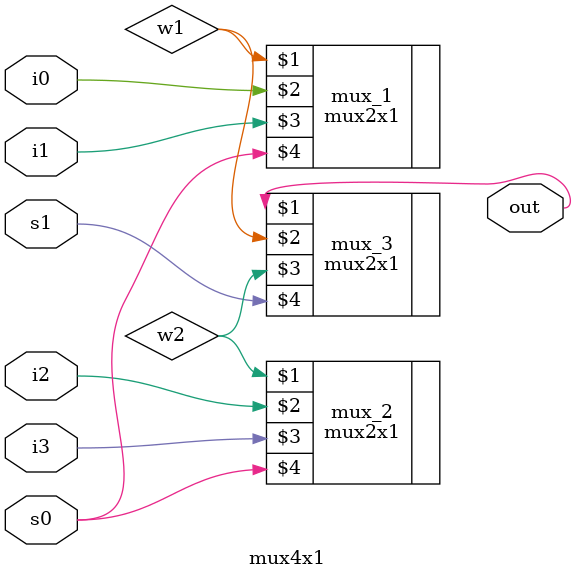
<source format=v>
module mux4x1(out,i0,i1,i2,i3,s1,s0);
input i0,i1,i2,i3,s1,s0;
output out;
wire w1,w2;
mux2x1 mux_1(w1,i0,i1,s0);
mux2x1 mux_2(w2,i2,i3,s0);
mux2x1 mux_3(out,w1,w2,s1);
endmodule
</source>
